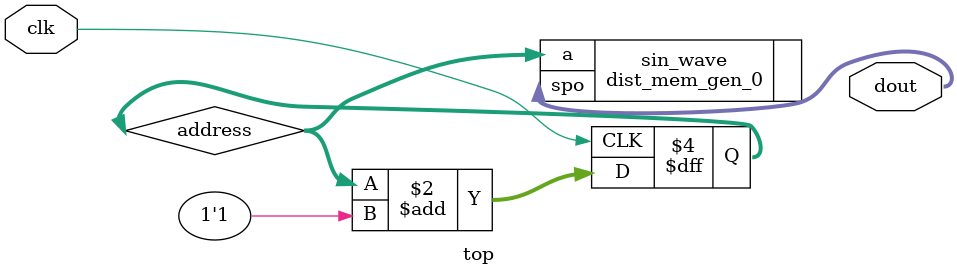
<source format=v>
module top(
    input clk,
    output [23:0] dout
);

reg [10:0]address = 0;
always@(posedge clk)
    address<= address+1'b1;

dist_mem_gen_0 sin_wave (
  .a(address),      // input wire [10 : 0] a
  .spo(dout)  // output wire [23 : 0] spo
);

endmodule 


</source>
